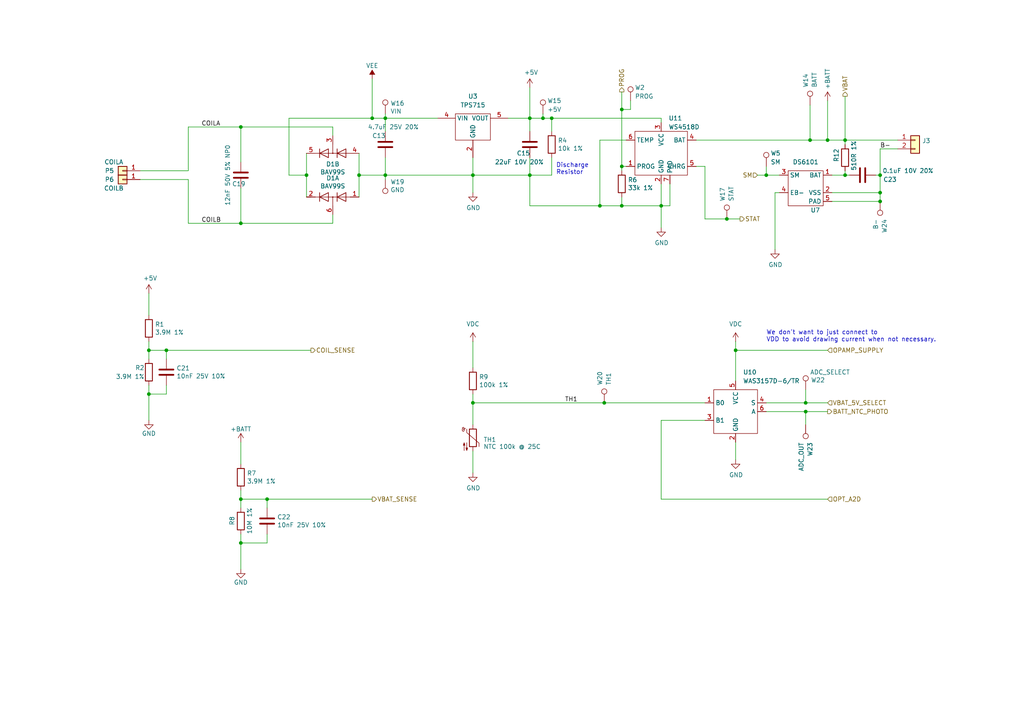
<source format=kicad_sch>
(kicad_sch (version 20250114) (generator "eeschema") (generator_version "9.0")
  (paper "A4")
  (title_block (title "Pixels D20 Schematic, Main") (date "2022-08-26") (rev "13") (company "Systemic Games, LLC") (comment 1 "Wireless Charging Circuitry"))
  (lib_symbols
    (symbol "Connector_Generic:Conn_01x01" (pin_names (offset 1.016) (hide yes))
      (property "Reference" "J" (at 0 2.54 0))
      (property "Value" "Conn_01x01" (at 0 -2.54 0))
      (symbol "Conn_01x01_1_1"
        (rectangle (start -1.27 1.27) (end 1.27 -1.27) (stroke (width 0.254)) (fill (type background)))
        (rectangle (start -1.27 0.127) (end 0 -0.127) (stroke (width 0.1524)))
        (pin passive line (at -5.08 0 0) (length 3.81) (name "Pin_1") (number "1"))
      )
    )
    (symbol "Connector_Generic:Conn_01x02" (pin_names (offset 1.016) (hide yes))
      (property "Reference" "J" (at 0 2.54 0))
      (property "Value" "Conn_01x02" (at 0 -5.08 0))
      (symbol "Conn_01x02_1_1"
        (rectangle (start -1.27 1.27) (end 1.27 -3.81) (stroke (width 0.254)) (fill (type background)))
        (rectangle (start -1.27 0.127) (end 0 -0.127) (stroke (width 0.1524)))
        (rectangle (start -1.27 -2.413) (end 0 -2.667) (stroke (width 0.1524)))
        (pin passive line (at -5.08 0 0) (length 3.81) (name "Pin_1") (number "1"))
        (pin passive line (at -5.08 -2.54 0) (length 3.81) (name "Pin_2") (number "2"))
      )
    )
    (symbol "Device:C" (pin_numbers (hide yes)) (pin_names (offset 0.254))
      (property "Reference" "C" (at 0.635 2.54 0))
      (property "Value" "C" (at 0.635 -2.54 0))
      (symbol "C_0_1"
        (polyline (pts (xy -2.032 0.762) (xy 2.032 0.762)) (stroke (width 0.508)))
        (polyline (pts (xy -2.032 -0.762) (xy 2.032 -0.762)) (stroke (width 0.508)))
      )
      (symbol "C_1_1"
        (pin passive line (at 0 3.81 270) (length 2.794) (name "~") (number "1"))
        (pin passive line (at 0 -3.81 90) (length 2.794) (name "~") (number "2"))
      )
    )
    (symbol "Device:R" (pin_numbers (hide yes)) (pin_names (offset 0))
      (property "Reference" "R" (at 2.032 0 90))
      (property "Value" "R" (at 0 0 90))
      (symbol "R_0_1"
        (rectangle (start -1.016 -2.54) (end 1.016 2.54) (stroke (width 0.254)))
      )
      (symbol "R_1_1"
        (pin passive line (at 0 3.81 270) (length 1.27) (name "~") (number "1"))
        (pin passive line (at 0 -3.81 90) (length 1.27) (name "~") (number "2"))
      )
    )
    (symbol "Device:Thermistor_NTC" (pin_numbers (hide yes)) (pin_names (offset 0))
      (property "Reference" "TH" (at -4.445 0 90))
      (property "Value" "Thermistor_NTC" (at 3.175 0 90))
      (symbol "Thermistor_NTC_0_1"
        (arc (start -3.175 2.413) (mid -3.0506 2.3165) (end -3.048 2.159))
        (arc (start -3.048 2.794) (mid -2.9736 2.9736) (end -2.794 3.048))
        (arc (start -2.794 3.048) (mid -2.6144 2.9736) (end -2.54 2.794))
        (arc (start -2.794 2.54) (mid -2.9736 2.6144) (end -3.048 2.794))
        (arc (start -2.794 1.905) (mid -2.9736 1.9794) (end -3.048 2.159))
        (arc (start -2.54 2.159) (mid -2.6144 1.9794) (end -2.794 1.905))
        (arc (start -2.159 2.794) (mid -2.434 2.5608) (end -2.794 2.54))
        (polyline (pts (xy -2.54 2.159) (xy -2.54 2.794)))
        (polyline (pts (xy -2.54 -3.683) (xy -2.54 -1.397) (xy -2.794 -2.159) (xy -2.286 -2.159) (xy -2.54 -1.397) (xy -2.54 -1.651)) (fill (type outline)))
        (polyline (pts (xy -1.778 2.54) (xy -1.778 1.524) (xy 1.778 -1.524) (xy 1.778 -2.54)))
        (polyline (pts (xy -1.778 -1.397) (xy -1.778 -3.683) (xy -2.032 -2.921) (xy -1.524 -2.921) (xy -1.778 -3.683) (xy -1.778 -3.429)) (fill (type outline)))
        (rectangle (start -1.016 2.54) (end 1.016 -2.54) (stroke (width 0.254)))
      )
      (symbol "Thermistor_NTC_1_1"
        (pin passive line (at 0 3.81 270) (length 1.27) (name "~") (number "1"))
        (pin passive line (at 0 -3.81 90) (length 1.27) (name "~") (number "2"))
      )
    )
    (symbol "Pixels-dice:BAV99S-diode" (pin_names (offset 0.0254) (hide yes))
      (property "Reference" "D" (at 0 2.54 0))
      (property "Value" "BAV99S-diode" (at 0 5.08 0))
      (symbol "BAV99S-diode_0_1"
        (polyline (pts (xy -5.08 0) (xy 5.08 0)))
        (polyline (pts (xy -3.81 1.27) (xy -1.27 0) (xy -3.81 -1.27) (xy -3.81 1.27) (xy -3.81 1.27) (xy -3.81 1.27)) (stroke (width 0.2032)))
        (polyline (pts (xy -1.27 -1.27) (xy -1.27 1.27) (xy -1.27 1.27)) (stroke (width 0.2032)))
        (polyline (pts (xy 0 0) (xy 0 -2.54)))
        (circle (center 0 0) (radius 0.127))
        (polyline (pts (xy 1.27 1.27) (xy 3.81 0) (xy 1.27 -1.27) (xy 1.27 1.27) (xy 1.27 1.27) (xy 1.27 1.27)) (stroke (width 0.2032)))
        (polyline (pts (xy 3.81 1.27) (xy 3.81 -1.27) (xy 3.81 -1.27)) (stroke (width 0.2032)))
      )
      (symbol "BAV99S-diode_1_1"
        (polyline (pts (xy 6.35 0) (xy 7.62 0)))
        (pin passive line (at -7.62 0 0) (length 2.54) (name "A1") (number "1"))
        (pin passive line (at 0 -5.08 90) (length 2.54) (name "K3A4") (number "6"))
        (pin passive line (at 7.62 0 180) (length 2.54) (name "K2") (number "2"))
      )
      (symbol "BAV99S-diode_2_1"
        (polyline (pts (xy 6.35 0) (xy 7.62 0)))
        (pin passive line (at -7.62 0 0) (length 2.54) (name "A3") (number "4"))
        (pin passive line (at 0 -5.08 90) (length 2.54) (name "K1A2") (number "3"))
        (pin passive line (at 7.62 0 180) (length 2.54) (name "K4") (number "5"))
      )
    )
    (symbol "Pixels-dice:DS6101"
      (property "Reference" "U" (at 3.556 -6.35 0))
      (property "Value" "DS6101" (at 0 0 0))
      (symbol "DS6101_0_1"
        (rectangle (start -5.08 5.08) (end 5.08 -5.08))
      )
      (symbol "DS6101_1_1"
        (pin input line (at -7.62 3.81 0) (length 2.54) (name "SM") (number "3"))
        (pin input line (at -7.62 -1.27 0) (length 2.54) (name "EB-") (number "4"))
        (pin power_in line (at 7.62 3.81 180) (length 2.54) (name "BAT") (number "1"))
        (pin power_in line (at 7.62 -1.27 180) (length 2.54) (name "VSS") (number "2"))
        (pin free line (at 7.62 -3.81 180) (length 2.54) (name "PAD") (number "5"))
      )
    )
    (symbol "Pixels-dice:TEST_1P-conn" (pin_numbers (hide yes)) (pin_names (offset 0.762) (hide yes))
      (property "Reference" "W" (at 0 6.858 0))
      (property "Value" "TEST_1P-conn" (at 0 5.08 0))
      (symbol "TEST_1P-conn_0_1"
        (circle (center 0 3.302) (radius 0.762))
      )
      (symbol "TEST_1P-conn_1_1"
        (pin passive line (at 0 0 90) (length 2.54) (name "1") (number "1"))
      )
    )
    (symbol "Pixels-dice:TPS715"
      (property "Reference" "U" (at 3.048 -5.08 0))
      (property "Value" "TPS715" (at -0.254 5.08 0))
      (symbol "TPS715_0_1"
        (rectangle (start -5.08 3.81) (end 5.08 -3.81))
      )
      (symbol "TPS715_1_1"
        (pin power_in line (at -10.16 2.54 0) (length 5.08) (name "VIN") (number "4"))
        (pin power_in line (at 0 -8.89 90) (length 5.08) (name "GND") (number "2"))
        (pin power_out line (at 10.16 2.54 180) (length 5.08) (name "VOUT") (number "5"))
      )
    )
    (symbol "Pixels-dice:WAS3157D-6/TR"
      (property "Reference" "U" (at 3.81 -7.874 0))
      (property "Value" "WAS3157D-6/TR" (at 12.954 7.62 0))
      (symbol "WAS3157D-6/TR_0_1"
        (rectangle (start -6.35 6.35) (end 6.35 -6.35))
      )
      (symbol "WAS3157D-6/TR_1_1"
        (pin bidirectional line (at -8.89 2.54 0) (length 2.54) (name "B0") (number "1"))
        (pin bidirectional line (at -8.89 -2.54 0) (length 2.54) (name "B1") (number "3"))
        (pin power_in line (at 0 8.89 270) (length 2.54) (name "VCC") (number "5"))
        (pin power_in line (at 0 -8.89 90) (length 2.54) (name "GND") (number "2"))
        (pin input line (at 8.89 2.54 180) (length 2.54) (name "S") (number "4"))
        (pin bidirectional line (at 8.89 0 180) (length 2.54) (name "A") (number "6"))
      )
    )
    (symbol "Pixels-dice:WS4518D"
      (property "Reference" "U" (at 5.08 -8.128 0))
      (symbol "WS4518D_0_1"
        (rectangle (start -7.62 6.35) (end 7.62 -6.35))
      )
      (symbol "WS4518D_1_1"
        (pin input line (at -10.16 3.81 0) (length 2.54) (name "TEMP") (number "6"))
        (pin input line (at -10.16 -3.81 0) (length 2.54) (name "PROG") (number "1"))
        (pin power_in line (at 0 8.89 270) (length 2.54) (name "VCC") (number "3"))
        (pin power_in line (at 0 -8.89 90) (length 2.54) (name "GND") (number "2"))
        (pin power_in line (at 2.54 -8.89 90) (length 2.54) (name "PAD") (number "7"))
        (pin power_out line (at 10.16 3.81 180) (length 2.54) (name "BAT") (number "4"))
        (pin output line (at 10.16 -3.81 180) (length 2.54) (name "CHRG") (number "5"))
      )
    )
    (symbol "power:+5V" (power) (pin_names (offset 0))
      (property "Value" "+5V" (at 0 3.556 0))
      (symbol "+5V_0_1"
        (polyline (pts (xy -0.762 1.27) (xy 0 2.54)))
        (polyline (pts (xy 0 2.54) (xy 0.762 1.27)))
        (polyline (pts (xy 0 0) (xy 0 2.54)))
      )
      (symbol "+5V_1_1"
        (pin power_in line (at 0 0 90) (length 0) (hide yes) (name "+5V") (number "1"))
      )
    )
    (symbol "power:+BATT" (power) (pin_names (offset 0))
      (property "Value" "+BATT" (at 0 3.556 0))
      (symbol "+BATT_0_1"
        (polyline (pts (xy -0.762 1.27) (xy 0 2.54)))
        (polyline (pts (xy 0 2.54) (xy 0.762 1.27)))
        (polyline (pts (xy 0 0) (xy 0 2.54)))
      )
      (symbol "+BATT_1_1"
        (pin power_in line (at 0 0 90) (length 0) (hide yes) (name "+BATT") (number "1"))
      )
    )
    (symbol "power:GND" (power) (pin_names (offset 0))
      (property "Value" "GND" (at 0 -3.81 0))
      (symbol "GND_0_1"
        (polyline (pts (xy 0 0) (xy 0 -1.27) (xy 1.27 -1.27) (xy 0 -2.54) (xy -1.27 -1.27) (xy 0 -1.27)))
      )
      (symbol "GND_1_1"
        (pin power_in line (at 0 0 270) (length 0) (hide yes) (name "GND") (number "1"))
      )
    )
    (symbol "power:VDC" (power) (pin_numbers (hide yes)) (pin_names (offset 0) (hide yes))
      (property "Value" "VDC" (at 0 3.556 0))
      (symbol "VDC_0_1"
        (polyline (pts (xy -0.762 1.27) (xy 0 2.54)))
        (polyline (pts (xy 0 2.54) (xy 0.762 1.27)))
        (polyline (pts (xy 0 0) (xy 0 2.54)))
      )
      (symbol "VDC_1_1"
        (pin power_in line (at 0 0 90) (length 0) (name "~") (number "1"))
      )
    )
    (symbol "power:VEE" (power) (pin_names (offset 0))
      (property "Value" "VEE" (at 0 3.81 0))
      (symbol "VEE_0_1"
        (polyline (pts (xy 0 0) (xy 0 2.54)))
        (polyline (pts (xy 0.762 1.27) (xy -0.762 1.27) (xy 0 2.54) (xy 0.762 1.27)) (fill (type outline)))
      )
      (symbol "VEE_1_1"
        (pin power_in line (at 0 0 90) (length 0) (hide yes) (name "VEE") (number "1"))
      )
    )
  )
  (text "We don't want to just connect to\nVDD to avoid drawing current when not necessary." (at 222.25 99.314 0) (effects (font (size 1.27 1.27)) (justify left bottom)))
  (text "Discharge\nResistor" (at 161.29 50.8 0) (effects (font (size 1.27 1.27)) (justify left bottom)))
  (junction (at 245.11 50.8))
  (junction (at 88.9 50.8))
  (junction (at 180.34 59.69))
  (junction (at 245.11 40.64))
  (junction (at 43.18 101.6))
  (junction (at 43.18 114.3))
  (junction (at 191.77 59.69))
  (junction (at 77.47 144.78))
  (junction (at 160.02 34.29))
  (junction (at 153.67 50.8))
  (junction (at 240.03 40.64))
  (junction (at 137.16 50.8))
  (junction (at 111.76 50.8))
  (junction (at 69.85 36.83))
  (junction (at 180.34 31.75))
  (junction (at 137.16 116.84))
  (junction (at 175.26 116.84))
  (junction (at 111.76 34.29))
  (junction (at 222.25 50.8))
  (junction (at 233.68 119.38))
  (junction (at 233.68 116.84))
  (junction (at 69.85 157.48))
  (junction (at 48.26 101.6))
  (junction (at 234.95 40.64))
  (junction (at 255.27 58.42))
  (junction (at 153.67 34.29))
  (junction (at 69.85 64.77))
  (junction (at 213.36 101.6))
  (junction (at 157.48 34.29))
  (junction (at 69.85 144.78))
  (junction (at 104.14 50.8))
  (junction (at 210.82 63.5))
  (junction (at 107.95 34.29))
  (junction (at 180.34 48.26))
  (junction (at 255.27 50.8))
  (junction (at 255.27 55.88))
  (junction (at 173.99 59.69))
  (wire (pts (xy 160.02 45.72) (xy 160.02 50.8)))
  (wire (pts (xy 153.67 59.69) (xy 173.99 59.69)))
  (wire (pts (xy 213.36 101.6) (xy 213.36 110.49)))
  (wire (pts (xy 233.68 119.38) (xy 240.03 119.38)))
  (wire (pts (xy 69.85 64.77) (xy 54.61 64.77)))
  (wire (pts (xy 234.95 40.64) (xy 240.03 40.64)))
  (wire (pts (xy 77.47 157.48) (xy 69.85 157.48)))
  (wire (pts (xy 43.18 111.76) (xy 43.18 114.3)))
  (wire (pts (xy 191.77 144.78) (xy 240.03 144.78)))
  (wire (pts (xy 153.67 50.8) (xy 153.67 59.69)))
  (wire (pts (xy 222.25 116.84) (xy 233.68 116.84)))
  (wire (pts (xy 111.76 34.29) (xy 127 34.29)))
  (wire (pts (xy 147.32 34.29) (xy 153.67 34.29)))
  (wire (pts (xy 157.48 33.02) (xy 157.48 34.29)))
  (wire (pts (xy 173.99 40.64) (xy 173.99 59.69)))
  (wire (pts (xy 204.47 63.5) (xy 210.82 63.5)))
  (wire (pts (xy 43.18 91.44) (xy 43.18 85.09)))
  (wire (pts (xy 69.85 36.83) (xy 54.61 36.83)))
  (wire (pts (xy 160.02 34.29) (xy 160.02 38.1)))
  (wire (pts (xy 245.11 27.94) (xy 245.11 40.64)))
  (wire (pts (xy 153.67 25.4) (xy 153.67 34.29)))
  (wire (pts (xy 245.11 40.64) (xy 240.03 40.64)))
  (wire (pts (xy 54.61 64.77) (xy 54.61 52.07)))
  (wire (pts (xy 180.34 59.69) (xy 191.77 59.69)))
  (wire (pts (xy 88.9 44.45) (xy 88.9 50.8)))
  (wire (pts (xy 153.67 50.8) (xy 153.67 45.72)))
  (wire (pts (xy 40.64 49.53) (xy 54.61 49.53)))
  (wire (pts (xy 234.95 30.48) (xy 234.95 40.64)))
  (wire (pts (xy 204.47 48.26) (xy 204.47 63.5)))
  (wire (pts (xy 43.18 99.06) (xy 43.18 101.6)))
  (wire (pts (xy 43.18 114.3) (xy 43.18 121.92)))
  (wire (pts (xy 255.27 43.18) (xy 260.35 43.18)))
  (wire (pts (xy 222.25 50.8) (xy 226.06 50.8)))
  (wire (pts (xy 43.18 104.14) (xy 43.18 101.6)))
  (wire (pts (xy 137.16 99.06) (xy 137.16 106.68)))
  (wire (pts (xy 54.61 36.83) (xy 54.61 49.53)))
  (wire (pts (xy 88.9 50.8) (xy 88.9 57.15)))
  (wire (pts (xy 157.48 34.29) (xy 160.02 34.29)))
  (wire (pts (xy 104.14 44.45) (xy 104.14 50.8)))
  (wire (pts (xy 137.16 50.8) (xy 153.67 50.8)))
  (wire (pts (xy 104.14 50.8) (xy 104.14 57.15)))
  (wire (pts (xy 160.02 34.29) (xy 191.77 34.29)))
  (wire (pts (xy 111.76 33.02) (xy 111.76 34.29)))
  (wire (pts (xy 77.47 144.78) (xy 69.85 144.78)))
  (wire (pts (xy 240.03 101.6) (xy 213.36 101.6)))
  (wire (pts (xy 182.88 31.75) (xy 180.34 31.75)))
  (wire (pts (xy 77.47 154.94) (xy 77.47 157.48)))
  (wire (pts (xy 48.26 111.76) (xy 48.26 114.3)))
  (wire (pts (xy 191.77 53.34) (xy 191.77 59.69)))
  (wire (pts (xy 137.16 116.84) (xy 175.26 116.84)))
  (wire (pts (xy 222.25 119.38) (xy 233.68 119.38)))
  (wire (pts (xy 233.68 119.38) (xy 233.68 123.19)))
  (wire (pts (xy 173.99 59.69) (xy 180.34 59.69)))
  (wire (pts (xy 241.3 58.42) (xy 255.27 58.42)))
  (wire (pts (xy 43.18 101.6) (xy 48.26 101.6)))
  (wire (pts (xy 255.27 55.88) (xy 241.3 55.88)))
  (wire (pts (xy 255.27 50.8) (xy 255.27 55.88)))
  (wire (pts (xy 137.16 114.3) (xy 137.16 116.84)))
  (wire (pts (xy 224.79 55.88) (xy 226.06 55.88)))
  (wire (pts (xy 245.11 50.8) (xy 241.3 50.8)))
  (wire (pts (xy 222.25 48.26) (xy 222.25 50.8)))
  (wire (pts (xy 181.61 40.64) (xy 173.99 40.64)))
  (wire (pts (xy 194.31 53.34) (xy 194.31 59.69)))
  (wire (pts (xy 96.52 62.23) (xy 96.52 64.77)))
  (wire (pts (xy 255.27 58.42) (xy 255.27 55.88)))
  (wire (pts (xy 111.76 34.29) (xy 111.76 38.1)))
  (wire (pts (xy 182.88 29.21) (xy 182.88 31.75)))
  (wire (pts (xy 137.16 50.8) (xy 137.16 55.88)))
  (wire (pts (xy 204.47 48.26) (xy 201.93 48.26)))
  (wire (pts (xy 233.68 116.84) (xy 240.03 116.84)))
  (wire (pts (xy 137.16 130.81) (xy 137.16 137.16)))
  (wire (pts (xy 213.36 99.06) (xy 213.36 101.6)))
  (wire (pts (xy 69.85 144.78) (xy 69.85 147.32)))
  (wire (pts (xy 180.34 48.26) (xy 180.34 49.53)))
  (wire (pts (xy 245.11 40.64) (xy 245.11 41.91)))
  (wire (pts (xy 69.85 128.27) (xy 69.85 134.62)))
  (wire (pts (xy 194.31 59.69) (xy 191.77 59.69)))
  (wire (pts (xy 69.85 154.94) (xy 69.85 157.48)))
  (wire (pts (xy 77.47 144.78) (xy 107.95 144.78)))
  (wire (pts (xy 175.26 116.84) (xy 204.47 116.84)))
  (wire (pts (xy 40.64 52.07) (xy 54.61 52.07)))
  (wire (pts (xy 240.03 29.21) (xy 240.03 40.64)))
  (wire (pts (xy 48.26 101.6) (xy 90.17 101.6)))
  (wire (pts (xy 69.85 54.61) (xy 69.85 64.77)))
  (wire (pts (xy 224.79 55.88) (xy 224.79 72.39)))
  (wire (pts (xy 111.76 50.8) (xy 104.14 50.8)))
  (wire (pts (xy 219.71 50.8) (xy 222.25 50.8)))
  (wire (pts (xy 191.77 35.56) (xy 191.77 34.29)))
  (wire (pts (xy 48.26 104.14) (xy 48.26 101.6)))
  (wire (pts (xy 180.34 26.67) (xy 180.34 31.75)))
  (wire (pts (xy 213.36 128.27) (xy 213.36 133.35)))
  (wire (pts (xy 233.68 113.03) (xy 233.68 116.84)))
  (wire (pts (xy 210.82 63.5) (xy 214.63 63.5)))
  (wire (pts (xy 153.67 34.29) (xy 153.67 38.1)))
  (wire (pts (xy 83.82 34.29) (xy 107.95 34.29)))
  (wire (pts (xy 137.16 45.72) (xy 137.16 50.8)))
  (wire (pts (xy 255.27 43.18) (xy 255.27 50.8)))
  (wire (pts (xy 69.85 36.83) (xy 96.52 36.83)))
  (wire (pts (xy 88.9 50.8) (xy 83.82 50.8)))
  (wire (pts (xy 77.47 144.78) (xy 77.47 147.32)))
  (wire (pts (xy 48.26 114.3) (xy 43.18 114.3)))
  (wire (pts (xy 181.61 48.26) (xy 180.34 48.26)))
  (wire (pts (xy 180.34 31.75) (xy 180.34 48.26)))
  (wire (pts (xy 245.11 49.53) (xy 245.11 50.8)))
  (wire (pts (xy 111.76 52.07) (xy 111.76 50.8)))
  (wire (pts (xy 160.02 50.8) (xy 153.67 50.8)))
  (wire (pts (xy 69.85 142.24) (xy 69.85 144.78)))
  (wire (pts (xy 254 50.8) (xy 255.27 50.8)))
  (wire (pts (xy 153.67 34.29) (xy 157.48 34.29)))
  (wire (pts (xy 245.11 40.64) (xy 260.35 40.64)))
  (wire (pts (xy 191.77 144.78) (xy 191.77 121.92)))
  (wire (pts (xy 201.93 40.64) (xy 234.95 40.64)))
  (wire (pts (xy 83.82 50.8) (xy 83.82 34.29)))
  (wire (pts (xy 180.34 57.15) (xy 180.34 59.69)))
  (wire (pts (xy 69.85 157.48) (xy 69.85 165.1)))
  (wire (pts (xy 107.95 22.86) (xy 107.95 34.29)))
  (wire (pts (xy 111.76 45.72) (xy 111.76 50.8)))
  (wire (pts (xy 191.77 121.92) (xy 204.47 121.92)))
  (wire (pts (xy 111.76 50.8) (xy 137.16 50.8)))
  (wire (pts (xy 96.52 39.37) (xy 96.52 36.83)))
  (wire (pts (xy 69.85 46.99) (xy 69.85 36.83)))
  (wire (pts (xy 191.77 59.69) (xy 191.77 66.04)))
  (wire (pts (xy 107.95 34.29) (xy 111.76 34.29)))
  (wire (pts (xy 245.11 50.8) (xy 246.38 50.8)))
  (wire (pts (xy 137.16 116.84) (xy 137.16 123.19)))
  (wire (pts (xy 69.85 64.77) (xy 96.52 64.77)))
  (label "COILB" (at 58.42 64.77 0))
  (label "B-" (at 255.27 43.18 0))
  (label "TH1" (at 163.83 116.84 0))
  (label "COILA" (at 58.42 36.83 0))
  (hierarchical_label "SM" (shape input) (at 219.71 50.8 180))
  (hierarchical_label "PROG" (shape output) (at 180.34 26.67 90))
  (hierarchical_label "VBAT_5V_SELECT" (shape input) (at 240.03 116.84 0))
  (hierarchical_label "VBAT" (shape output) (at 245.11 27.94 90))
  (hierarchical_label "OPT_A2D" (shape input) (at 240.03 144.78 0))
  (hierarchical_label "VBAT_SENSE" (shape output) (at 107.95 144.78 0))
  (hierarchical_label "COIL_SENSE" (shape output) (at 90.17 101.6 0))
  (hierarchical_label "STAT" (shape output) (at 214.63 63.5 0))
  (hierarchical_label "BATT_NTC_PHOTO" (shape output) (at 240.03 119.38 0))
  (hierarchical_label "OPAMP_SUPPLY" (shape input) (at 240.03 101.6 0))
  (symbol (lib_id "power:GND") (at 224.79 72.39 0) (unit 1)
    (property "Reference" "#PWR052" (effects (hide yes)))
    (property "Value" "GND" (at 224.917 76.7842 0))
  )
  (symbol (lib_id "Pixels-dice:TPS715") (at 137.16 36.83 0) (unit 1)
    (property "Reference" "U3" (at 137.16 27.94 0))
    (property "Value" "TPS715" (at 137.16 30.48 0))
    (property "Footprint" "Package_TO_SOT_SMD:SOT-353_SC-70-5" (effects (hide yes)))
    (property "Manufacturer" "TECH PUBLIC" (effects (hide yes)))
    (property "Part Number" "TPS71550DCKR-TP" (effects (hide yes)))
    (property "Alternate Manufacturer" "Texas Instruments" (effects (hide yes)))
    (property "Alternate PN" "TPS71550DCKR" (effects (hide yes)))
    (property "Alternate LCSC Part #" "C571193" (effects (hide yes)))
    (property "LCSC Part #" "C7202975" (effects (hide yes)))
  )
  (symbol (lib_id "Pixels-dice:TEST_1P-conn") (at 233.68 123.19 180) (unit 1) (in_bom no)
    (property "Reference" "W23" (at 234.95 128.27 90) (effects (justify left)))
    (property "Value" "ADC_OUT" (at 232.41 128.27 90) (effects (justify left)))
    (property "Footprint" "Pixels-dice:TEST_PIN" (effects (hide yes)))
    (property "Generic OK" "N/A" (effects (hide yes)))
  )
  (symbol (lib_id "Device:C") (at 111.76 41.91 0) (unit 1)
    (property "Reference" "C13" (at 107.95 39.37 0) (effects (justify left)))
    (property "Value" "4.7uF 25V 20%" (at 106.68 36.83 0) (effects (justify left)))
    (property "Footprint" "Capacitor_SMD:C_0402_1005Metric" (effects (hide yes)))
    (property "Generic OK" "YES" (effects (hide yes)))
    (property "Manufacturer" "HRE" (effects (hide yes)))
    (property "Part Number" "CGA0402X5R475M250GT" (effects (hide yes)))
    (property "LCSC Part #" "C6119795" (effects (hide yes)))
  )
  (symbol (lib_id "Device:R") (at 137.16 110.49 0) (unit 1)
    (property "Reference" "R9" (at 138.938 109.3216 0) (effects (justify left)))
    (property "Value" "100k 1%" (at 138.938 111.633 0) (effects (justify left)))
    (property "Footprint" "Resistor_SMD:R_0201_0603Metric" (effects (hide yes)))
    (property "Generic OK" "YES" (effects (hide yes)))
    (property "Manufacturer" "UNI-ROYAL(Uniroyal Elec)" (effects (hide yes)))
    (property "Part Number" "0201WMF1003TEE" (effects (hide yes)))
    (property "LCSC Part #" "C270364" (effects (hide yes)))
  )
  (symbol (lib_id "Pixels-dice:TEST_1P-conn") (at 111.76 33.02 0) (unit 1) (in_bom no)
    (property "Reference" "W16" (at 113.2332 29.972 0) (effects (justify left)))
    (property "Value" "VIN" (at 113.2332 32.2834 0) (effects (justify left)))
    (property "Footprint" "Pixels-dice:TEST_PIN" (effects (hide yes)))
    (property "Generic OK" "N/A" (effects (hide yes)))
  )
  (symbol (lib_id "Device:R") (at 160.02 41.91 0) (unit 1)
    (property "Reference" "R4" (at 161.798 40.7416 0) (effects (justify left)))
    (property "Value" "10k 1%" (at 161.798 43.053 0) (effects (justify left)))
    (property "Footprint" "Resistor_SMD:R_0201_0603Metric" (effects (hide yes)))
    (property "Generic OK" "YES" (effects (hide yes)))
    (property "Manufacturer" "UNI-ROYAL(Uniroyal Elec)" (effects (hide yes)))
    (property "Part Number" "0201WMF1002TEE" (effects (hide yes)))
    (property "LCSC Part #" "C473048" (effects (hide yes)))
  )
  (symbol (lib_id "Device:Thermistor_NTC") (at 137.16 127 0) (unit 1)
    (property "Reference" "TH1" (at 140.208 127.508 0) (effects (justify left)))
    (property "Value" "NTC 100k @ 25C" (at 140.208 129.54 0) (effects (justify left)))
    (property "Footprint" "Pixels-dice:R_0402_1005Metric" (effects (hide yes)))
    (property "Generic OK" "NO" (effects (hide yes)))
    (property "Manufacturer" "TDK" (effects (hide yes)))
    (property "Part Number" "NTCG104EF104FT1X" (effects (hide yes)))
    (property "LCSC Part #" "C107344" (effects (hide yes)))
  )
  (symbol (lib_id "power:VEE") (at 107.95 22.86 0) (unit 1)
    (property "Reference" "#PWR032" (effects (hide yes)))
    (property "Value" "VEE" (at 107.95 19.05 0))
  )
  (symbol (lib_id "power:+5V") (at 43.18 85.09 0) (unit 1)
    (property "Reference" "#PWR057" (effects (hide yes)))
    (property "Value" "+5V" (at 43.561 80.6958 0))
  )
  (symbol (lib_id "Device:C") (at 69.85 50.8 0) (unit 1)
    (property "Reference" "C19" (at 67.31 53.34 0) (effects (justify left)))
    (property "Value" "12nF 50V 5% NP0" (at 66.04 59.69 90) (effects (justify left)))
    (property "Footprint" "Capacitor_SMD:C_0805_2012Metric" (effects (hide yes)))
    (property "Generic OK" "NO" (effects (hide yes)))
    (property "Manufacturer" "Murata" (effects (hide yes)))
    (property "Part Number" "GRM2195C1H123JA01D" (effects (hide yes)))
    (property "LCSC Part #" "C97906" (effects (hide yes)))
  )
  (symbol (lib_id "Device:C") (at 250.19 50.8 90) (unit 1)
    (property "Reference" "C23" (at 260.096 52.07 90) (effects (justify left)))
    (property "Value" "0.1uF 10V 20%" (at 270.764 49.53 90) (effects (justify left)))
    (property "Footprint" "Capacitor_SMD:C_0201_0603Metric" (effects (hide yes)))
    (property "Generic OK" "YES" (effects (hide yes)))
    (property "Manufacturer" "HRE" (effects (hide yes)))
    (property "Part Number" "CGA0201X5R104K100ET" (effects (hide yes)))
    (property "LCSC Part #" "C6119757" (effects (hide yes)))
  )
  (symbol (lib_id "Device:R") (at 180.34 53.34 0) (unit 1)
    (property "Reference" "R6" (at 182.118 52.1716 0) (effects (justify left)))
    (property "Value" "33k 1%" (at 182.118 54.483 0) (effects (justify left)))
    (property "Footprint" "Resistor_SMD:R_0201_0603Metric" (effects (hide yes)))
    (property "Generic OK" "YES" (effects (hide yes)))
    (property "Manufacturer" "UNI-ROYAL(Uniroyal Elec)" (effects (hide yes)))
    (property "Part Number" "0201WMF3302TEE" (effects (hide yes)))
    (property "LCSC Part #" "C473534" (effects (hide yes)))
  )
  (symbol (lib_id "Pixels-dice:TEST_1P-conn") (at 255.27 58.42 180) (unit 1) (in_bom no)
    (property "Reference" "W24" (at 256.54 63.5 90) (effects (justify left)))
    (property "Value" "B-" (at 254 63.5 90) (effects (justify left)))
    (property "Footprint" "Pixels-dice:TEST_PIN" (effects (hide yes)))
    (property "Generic OK" "N/A" (effects (hide yes)))
  )
  (symbol (lib_id "Device:R") (at 69.85 138.43 0) (unit 1)
    (property "Reference" "R7" (at 71.628 137.2616 0) (effects (justify left)))
    (property "Value" "3.9M 1%" (at 71.628 139.573 0) (effects (justify left)))
    (property "Footprint" "Resistor_SMD:R_0201_0603Metric" (effects (hide yes)))
    (property "Generic OK" "YES" (effects (hide yes)))
    (property "Manufacturer" "UNI-ROYAL(Uniroyal Elec)" (effects (hide yes)))
    (property "Part Number" "0201WMF3904TEE" (effects (hide yes)))
    (property "Alternate Manufacturer" "RALEC" (effects (hide yes)))
    (property "Alternate PN" "RTT013904FTH" (effects (hide yes)))
    (property "Alternate LCSC Part #" "C166210" (effects (hide yes)))
    (property "LCSC Part #" "C423545" (effects (hide yes)))
  )
  (symbol (lib_id "power:+BATT") (at 69.85 128.27 0) (unit 1)
    (property "Reference" "#PWR058" (effects (hide yes)))
    (property "Value" "+BATT" (at 69.85 124.46 0))
  )
  (symbol (lib_id "Device:R") (at 69.85 151.13 0) (unit 1)
    (property "Reference" "R8" (at 67.31 152.4 90) (effects (justify left)))
    (property "Value" "10M 1%" (at 72.39 154.94 90) (effects (justify left)))
    (property "Footprint" "Resistor_SMD:R_0201_0603Metric" (effects (hide yes)))
    (property "Generic OK" "YES" (effects (hide yes)))
    (property "Manufacturer" "UNI-ROYAL(Uniroyal Elec)" (effects (hide yes)))
    (property "Part Number" "0201WMF1005TEE" (effects (hide yes)))
    (property "LCSC Part #" "C423797" (effects (hide yes)))
  )
  (symbol (lib_id "power:VDC") (at 213.36 99.06 0) (unit 1)
    (property "Reference" "#PWR013" (effects (hide yes)))
    (property "Value" "VDC" (at 213.36 93.98 0))
    (property "Description" "Power symbol creates a global label with name \"VDC\"" (effects (hide yes)))
  )
  (symbol (lib_id "Device:R") (at 43.18 95.25 0) (unit 1)
    (property "Reference" "R1" (at 44.958 94.0816 0) (effects (justify left)))
    (property "Value" "3.9M 1%" (at 44.958 96.393 0) (effects (justify left)))
    (property "Footprint" "Resistor_SMD:R_0201_0603Metric" (effects (hide yes)))
    (property "Generic OK" "YES" (effects (hide yes)))
    (property "Manufacturer" "UNI-ROYAL(Uniroyal Elec)" (effects (hide yes)))
    (property "Part Number" "0201WMF3904TEE" (effects (hide yes)))
    (property "Alternate Manufacturer" "RALEC" (effects (hide yes)))
    (property "Alternate PN" "RTT013904FTH" (effects (hide yes)))
    (property "Alternate LCSC Part #" "C166210" (effects (hide yes)))
    (property "LCSC Part #" "C423545" (effects (hide yes)))
  )
  (symbol (lib_id "Device:R") (at 43.18 107.95 180) (unit 1)
    (property "Reference" "R2" (at 41.91 106.68 0) (effects (justify left)))
    (property "Value" "3.9M 1%" (at 41.91 109.22 0) (effects (justify left)))
    (property "Footprint" "Resistor_SMD:R_0201_0603Metric" (effects (hide yes)))
    (property "Generic OK" "YES" (effects (hide yes)))
    (property "Manufacturer" "UNI-ROYAL(Uniroyal Elec)" (effects (hide yes)))
    (property "Part Number" "0201WMF3904TEE" (effects (hide yes)))
    (property "Alternate Manufacturer" "RALEC" (effects (hide yes)))
    (property "Alternate PN" "RTT013904FTH" (effects (hide yes)))
    (property "Alternate LCSC Part #" "C166210" (effects (hide yes)))
    (property "LCSC Part #" "C423545" (effects (hide yes)))
  )
  (symbol (lib_id "power:GND") (at 69.85 165.1 0) (unit 1)
    (property "Reference" "#PWR060" (effects (hide yes)))
    (property "Value" "GND" (at 69.85 168.91 0))
  )
  (symbol (lib_id "power:+5V") (at 153.67 25.4 0) (unit 1)
    (property "Reference" "#PWR040" (effects (hide yes)))
    (property "Value" "+5V" (at 154.051 21.0058 0))
  )
  (symbol (lib_id "Device:C") (at 77.47 151.13 0) (unit 1)
    (property "Reference" "C22" (at 80.391 149.9616 0) (effects (justify left)))
    (property "Value" "10nF 25V 10%" (at 80.391 152.273 0) (effects (justify left)))
    (property "Footprint" "Capacitor_SMD:C_0201_0603Metric" (effects (hide yes)))
    (property "Generic OK" "YES" (effects (hide yes)))
    (property "Manufacturer" "HRE" (effects (hide yes)))
    (property "Part Number" "CGA0201X5R103K250ET" (effects (hide yes)))
    (property "Alternate Manufacturer" "Murata Electronics" (effects (hide yes)))
    (property "Alternate PN" "GRM033R71A103KA01D" (effects (hide yes)))
    (property "Alternate LCSC Part #" "C76941" (effects (hide yes)))
    (property "LCSC Part #" "C7503521" (effects (hide yes)))
  )
  (symbol (lib_id "Pixels-dice:TEST_1P-conn") (at 210.82 63.5 0) (unit 1) (in_bom no)
    (property "Reference" "W17" (at 209.55 58.42 90) (effects (justify left)))
    (property "Value" "STAT" (at 212.09 58.42 90) (effects (justify left)))
    (property "Footprint" "Pixels-dice:TEST_PIN" (effects (hide yes)))
    (property "Generic OK" "N/A" (effects (hide yes)))
  )
  (symbol (lib_id "Pixels-dice:TEST_1P-conn") (at 233.68 113.03 0) (unit 1) (in_bom no)
    (property "Reference" "W22" (at 235.204 110.236 0) (effects (justify left)))
    (property "Value" "ADC_SELECT" (at 234.95 107.95 0) (effects (justify left)))
    (property "Footprint" "Pixels-dice:TEST_PIN" (effects (hide yes)))
    (property "Generic OK" "N/A" (effects (hide yes)))
  )
  (symbol (lib_id "Device:R") (at 245.11 45.72 0) (unit 1)
    (property "Reference" "R12" (at 242.57 46.99 90) (effects (justify left)))
    (property "Value" "510R 1%" (at 247.65 49.53 90) (effects (justify left)))
    (property "Footprint" "Resistor_SMD:R_0201_0603Metric" (effects (hide yes)))
    (property "Generic OK" "YES" (effects (hide yes)))
    (property "Manufacturer" "UNI-ROYAL(Uniroyal Elec)" (effects (hide yes)))
    (property "Part Number" "NQ01WMJ0511TEE" (effects (hide yes)))
    (property "LCSC Part #" "C965307" (effects (hide yes)))
  )
  (symbol (lib_id "power:GND") (at 191.77 66.04 0) (unit 1)
    (property "Reference" "#PWR051" (effects (hide yes)))
    (property "Value" "GND" (at 191.897 70.4342 0))
  )
  (symbol (lib_id "power:GND") (at 137.16 55.88 0) (unit 1)
    (property "Reference" "#PWR050" (effects (hide yes)))
    (property "Value" "GND" (at 137.287 60.2742 0))
  )
  (symbol (lib_id "power:+BATT") (at 240.03 29.21 0) (unit 1)
    (property "Reference" "#PWR041" (effects (hide yes)))
    (property "Value" "+BATT" (at 240.03 22.86 90))
  )
  (symbol (lib_id "Connector_Generic:Conn_01x02") (at 265.43 40.64 0) (unit 1) (in_bom no)
    (property "Reference" "J3" (at 267.462 40.8432 0) (effects (justify left)))
    (property "Value" "Conn_01x02" (effects (hide yes)))
    (property "Footprint" "Pixels-dice:Batt 1025 Tabs" (effects (hide yes)))
    (property "Generic OK" "N/A" (effects (hide yes)))
  )
  (symbol (lib_id "Pixels-dice:WS4518D") (at 191.77 44.45 0) (unit 1)
    (property "Reference" "U11" (at 193.9133 34.29 0) (effects (justify left)))
    (property "Value" "WS4518D" (at 193.9133 36.83 0) (effects (justify left)))
    (property "Footprint" "Pixels-dice:DFN-6-1EP_2x2mm_P0.65mm_EP1x1.6mm" (effects (hide yes)))
  )
  (symbol (lib_id "Pixels-dice:WAS3157D-6/TR") (at 213.36 119.38 0) (unit 1)
    (property "Reference" "U10" (at 215.5033 107.95 0) (effects (justify left)))
    (property "Value" "WAS3157D-6/TR" (at 215.5033 110.49 0) (effects (justify left)))
    (property "Footprint" "Pixels-dice:DFN1109-6" (effects (hide yes)))
    (property "Manufacturer" "WILLSEMI(Will Semicon)" (effects (hide yes)))
    (property "Part Number" "WAS3157D-6/TR" (effects (hide yes)))
    (property "LCSC Part #" "C2939860" (effects (hide yes)))
  )
  (symbol (lib_id "Device:C") (at 153.67 41.91 0) (unit 1)
    (property "Reference" "C15" (at 149.86 44.45 0) (effects (justify left)))
    (property "Value" "22uF 10V 20%" (at 143.51 46.99 0) (effects (justify left)))
    (property "Footprint" "Capacitor_SMD:C_0603_1608Metric" (effects (hide yes)))
    (property "Generic OK" "YES" (effects (hide yes)))
    (property "Manufacturer" "HRE" (effects (hide yes)))
    (property "Part Number" "CGA0603X5R226M100JT" (effects (hide yes)))
    (property "LCSC Part #" "C6119863" (effects (hide yes)))
  )
  (symbol (lib_id "power:VDC") (at 137.16 99.06 0) (unit 1)
    (property "Reference" "#PWR039" (effects (hide yes)))
    (property "Value" "VDC" (at 137.16 93.98 0))
    (property "Description" "Power symbol creates a global label with name \"VDC\"" (effects (hide yes)))
  )
  (symbol (lib_id "Pixels-dice:TEST_1P-conn") (at 111.76 52.07 180) (unit 1) (in_bom no)
    (property "Reference" "W19" (at 113.2332 52.7558 0) (effects (justify right)))
    (property "Value" "GND" (at 113.2332 55.0672 0) (effects (justify right)))
    (property "Footprint" "Pixels-dice:TEST_PIN" (effects (hide yes)))
    (property "Generic OK" "N/A" (effects (hide yes)))
  )
  (symbol (lib_id "Pixels-dice:TEST_1P-conn") (at 234.95 30.48 0) (unit 1) (in_bom no)
    (property "Reference" "W14" (at 233.68 25.4 90) (effects (justify left)))
    (property "Value" "BATT" (at 236.22 25.4 90) (effects (justify left)))
    (property "Footprint" "Pixels-dice:TEST_PIN" (effects (hide yes)))
    (property "Generic OK" "N/A" (effects (hide yes)))
  )
  (symbol (lib_id "Connector_Generic:Conn_01x01") (at 35.56 52.07 180) (unit 1) (in_bom no)
    (property "Reference" "P6" (at 31.75 52.07 0))
    (property "Value" "COILB" (at 33.02 54.61 0))
    (property "Footprint" "Pixels-dice:TestPoint_THTPad_D1.5mm_Drill0.7mm_nosilk" (effects (hide yes)))
    (property "Generic OK" "N/A" (effects (hide yes)))
  )
  (symbol (lib_id "Connector_Generic:Conn_01x01") (at 35.56 49.53 180) (unit 1) (in_bom no)
    (property "Reference" "P5" (at 31.75 49.53 0))
    (property "Value" "COILA" (at 33.02 46.99 0))
    (property "Footprint" "Pixels-dice:TestPoint_THTPad_D1.5mm_Drill0.7mm_nosilk" (effects (hide yes)))
    (property "Generic OK" "N/A" (effects (hide yes)))
  )
  (symbol (lib_id "Pixels-dice:TEST_1P-conn") (at 157.48 33.02 0) (unit 1) (in_bom no)
    (property "Reference" "W15" (at 158.75 29.21 0) (effects (justify left)))
    (property "Value" "+5V" (at 158.75 31.75 0) (effects (justify left)))
    (property "Footprint" "Pixels-dice:TEST_PIN" (effects (hide yes)))
    (property "Generic OK" "N/A" (effects (hide yes)))
  )
  (symbol (lib_id "Pixels-dice:TEST_1P-conn") (at 175.26 116.84 0) (unit 1) (in_bom no)
    (property "Reference" "W20" (at 173.99 111.76 90) (effects (justify left)))
    (property "Value" "TH1" (at 176.53 111.76 90) (effects (justify left)))
    (property "Footprint" "Pixels-dice:TEST_PIN" (effects (hide yes)))
    (property "Generic OK" "N/A" (effects (hide yes)))
  )
  (symbol (lib_id "Pixels-dice:TEST_1P-conn") (at 222.25 48.26 0) (unit 1) (in_bom no)
    (property "Reference" "W5" (at 223.52 44.45 0) (effects (justify left)))
    (property "Value" "SM" (at 223.52 46.99 0) (effects (justify left)))
    (property "Footprint" "Pixels-dice:TEST_PIN" (effects (hide yes)))
    (property "Generic OK" "N/A" (effects (hide yes)))
  )
  (symbol (lib_id "Pixels-dice:DS6101") (at 233.68 54.61 0) (unit 1)
    (property "Reference" "U7" (at 236.474 60.96 0))
    (property "Value" "DS6101" (at 233.68 46.99 0))
    (property "Footprint" "Package_DFN_QFN:UDFN-4-1EP_1x1mm_P0.65mm_EP0.48x0.48mm" (effects (hide yes)))
    (property "Manufacturer" "DSTECH" (effects (hide yes)))
    (property "Part Number" " DS6101AED4" (effects (hide yes)))
    (property "LCSC Part #" "C7499469" (effects (hide yes)))
  )
  (symbol (lib_id "Pixels-dice:TEST_1P-conn") (at 182.88 29.21 0) (unit 1) (in_bom no)
    (property "Reference" "W2" (at 184.15 25.4 0) (effects (justify left)))
    (property "Value" "PROG" (at 184.15 27.94 0) (effects (justify left)))
    (property "Footprint" "Pixels-dice:TEST_PIN" (effects (hide yes)))
    (property "Generic OK" "N/A" (effects (hide yes)))
  )
  (symbol (lib_id "power:GND") (at 137.16 137.16 0) (unit 1)
    (property "Reference" "#PWR022" (effects (hide yes)))
    (property "Value" "GND" (at 137.287 141.5542 0))
  )
  (symbol (lib_id "Pixels-dice:BAV99S-diode") (at 96.52 44.45 180) (unit 2)
    (property "Reference" "D1" (at 96.52 47.5996 0))
    (property "Value" "BAV99S" (at 96.52 49.911 0))
    (property "Footprint" "Pixels-dice:SOT-363_SC-70-6" (effects (hide yes)))
    (property "Datasheet" "https://assets.nexperia.com/documents/data-sheet/BAV99_SER.pdf" (effects (hide yes)))
    (property "Generic OK" "YES" (effects (hide yes)))
    (property "Manufacturer" "Nexperia" (effects (hide yes)))
    (property "Part Number" "BAV99S,115" (effects (hide yes)))
    (property "LCSC Part #" "C96225" (effects (hide yes)))
  )
  (symbol (lib_id "power:GND") (at 43.18 121.92 0) (unit 1)
    (property "Reference" "#PWR059" (effects (hide yes)))
    (property "Value" "GND" (at 43.18 125.73 0))
  )
  (symbol (lib_id "Pixels-dice:BAV99S-diode") (at 96.52 57.15 0) (mirror y) (unit 1)
    (property "Reference" "D1" (at 96.52 51.6636 0))
    (property "Value" "BAV99S" (at 96.52 53.975 0))
    (property "Footprint" "Pixels-dice:SOT-363_SC-70-6" (effects (hide yes)))
    (property "Datasheet" "https://assets.nexperia.com/documents/data-sheet/BAV99_SER.pdf" (effects (hide yes)))
    (property "Generic OK" "YES" (effects (hide yes)))
    (property "Manufacturer" "Nexperia" (effects (hide yes)))
    (property "Part Number" "BAV99S,115" (effects (hide yes)))
    (property "LCSC Part #" "C96225" (effects (hide yes)))
  )
  (symbol (lib_id "power:GND") (at 213.36 133.35 0) (unit 1)
    (property "Reference" "#PWR054" (effects (hide yes)))
    (property "Value" "GND" (at 213.487 137.7442 0))
  )
  (symbol (lib_id "Device:C") (at 48.26 107.95 0) (unit 1)
    (property "Reference" "C21" (at 51.181 106.7816 0) (effects (justify left)))
    (property "Value" "10nF 25V 10%" (at 51.181 109.093 0) (effects (justify left)))
    (property "Footprint" "Capacitor_SMD:C_0201_0603Metric" (effects (hide yes)))
    (property "Generic OK" "YES" (effects (hide yes)))
    (property "Manufacturer" "HRE" (effects (hide yes)))
    (property "Part Number" "CGA0201X5R103K250ET" (effects (hide yes)))
    (property "Alternate Manufacturer" "Murata Electronics" (effects (hide yes)))
    (property "Alternate PN" "GRM033R71A103KA01D" (effects (hide yes)))
    (property "Alternate LCSC Part #" "C76941" (effects (hide yes)))
    (property "LCSC Part #" "C7503521" (effects (hide yes)))
  )
)
</source>
